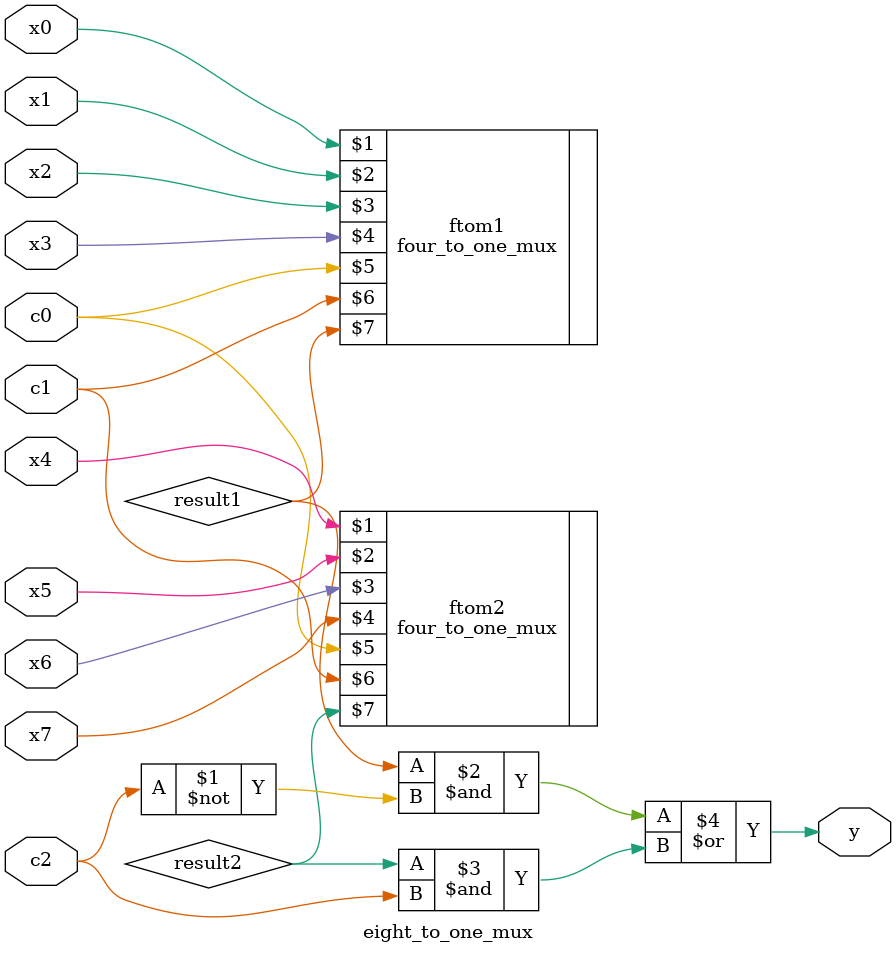
<source format=sv>
module eight_to_one_mux( input logic x0, x1, x2, x3,
								     x4, x5, x6, x7,
									 c0, c1, c2,
						 output logic y);
	
	logic result1, result2;
	
	four_to_one_mux ftom1(x0, x1, x2, x3, c0, c1, result1);
    four_to_one_mux ftom2(x4, x5, x6, x7, c0, c1, result2);
    
	assign y = (result1 & ~c2) | (result2 & c2);
	
endmodule
</source>
